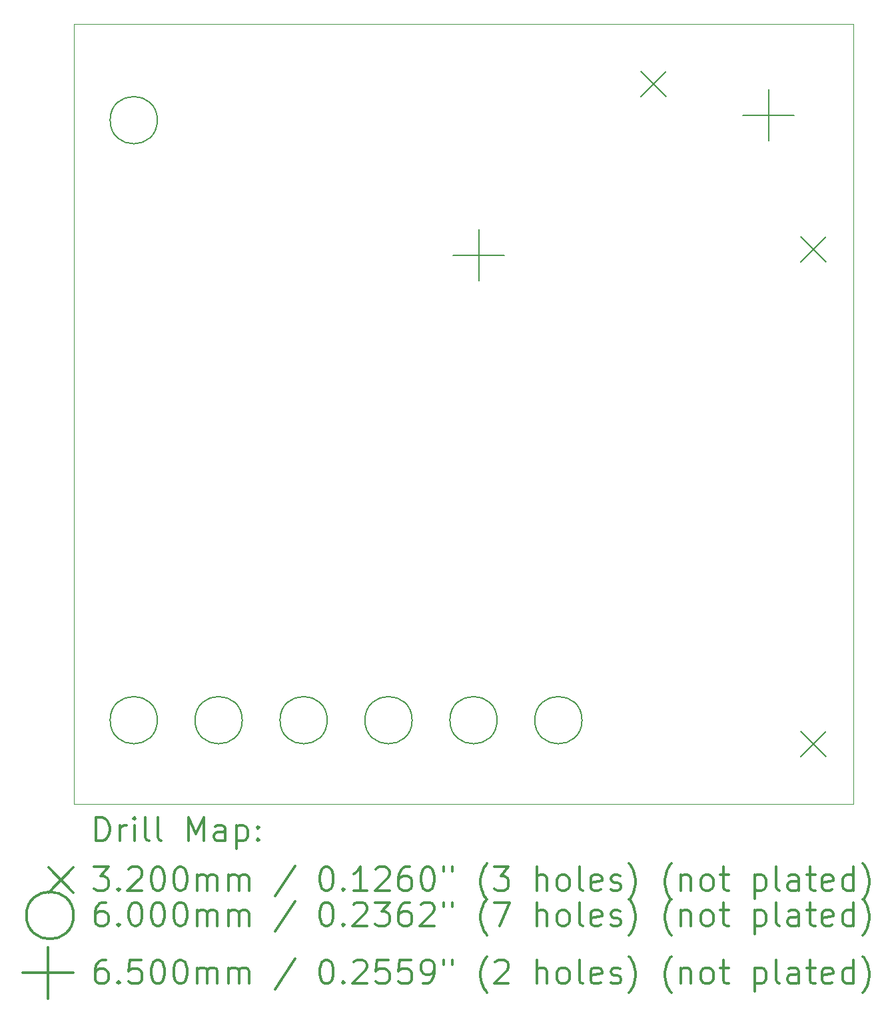
<source format=gbr>
%FSLAX45Y45*%
G04 Gerber Fmt 4.5, Leading zero omitted, Abs format (unit mm)*
G04 Created by KiCad (PCBNEW 5.1.12-1.fc34) date 2022-01-17 20:52:52*
%MOMM*%
%LPD*%
G01*
G04 APERTURE LIST*
%TA.AperFunction,Profile*%
%ADD10C,0.050000*%
%TD*%
%ADD11C,0.200000*%
%ADD12C,0.300000*%
G04 APERTURE END LIST*
D10*
X6350000Y-14986000D02*
X6350000Y-5080000D01*
X16256000Y-14986000D02*
X6350000Y-14986000D01*
X16256000Y-5080000D02*
X16256000Y-14986000D01*
X6350000Y-5080000D02*
X16256000Y-5080000D01*
D11*
X13556000Y-5682000D02*
X13876000Y-6002000D01*
X13876000Y-5682000D02*
X13556000Y-6002000D01*
X15588000Y-7777500D02*
X15908000Y-8097500D01*
X15908000Y-7777500D02*
X15588000Y-8097500D01*
X15588000Y-14064000D02*
X15908000Y-14384000D01*
X15908000Y-14064000D02*
X15588000Y-14384000D01*
X7412000Y-6299454D02*
G75*
G03*
X7412000Y-6299454I-300000J0D01*
G01*
X7412000Y-13919454D02*
G75*
G03*
X7412000Y-13919454I-300000J0D01*
G01*
X8491500Y-13919454D02*
G75*
G03*
X8491500Y-13919454I-300000J0D01*
G01*
X9571000Y-13919454D02*
G75*
G03*
X9571000Y-13919454I-300000J0D01*
G01*
X10650500Y-13919454D02*
G75*
G03*
X10650500Y-13919454I-300000J0D01*
G01*
X11730000Y-13919454D02*
G75*
G03*
X11730000Y-13919454I-300000J0D01*
G01*
X12809500Y-13919454D02*
G75*
G03*
X12809500Y-13919454I-300000J0D01*
G01*
X11497564Y-7687938D02*
X11497564Y-8337938D01*
X11172564Y-8012938D02*
X11822564Y-8012938D01*
X15180564Y-5909938D02*
X15180564Y-6559938D01*
X14855564Y-6234938D02*
X15505564Y-6234938D01*
D12*
X6633928Y-15454214D02*
X6633928Y-15154214D01*
X6705357Y-15154214D01*
X6748214Y-15168500D01*
X6776786Y-15197071D01*
X6791071Y-15225643D01*
X6805357Y-15282786D01*
X6805357Y-15325643D01*
X6791071Y-15382786D01*
X6776786Y-15411357D01*
X6748214Y-15439929D01*
X6705357Y-15454214D01*
X6633928Y-15454214D01*
X6933928Y-15454214D02*
X6933928Y-15254214D01*
X6933928Y-15311357D02*
X6948214Y-15282786D01*
X6962500Y-15268500D01*
X6991071Y-15254214D01*
X7019643Y-15254214D01*
X7119643Y-15454214D02*
X7119643Y-15254214D01*
X7119643Y-15154214D02*
X7105357Y-15168500D01*
X7119643Y-15182786D01*
X7133928Y-15168500D01*
X7119643Y-15154214D01*
X7119643Y-15182786D01*
X7305357Y-15454214D02*
X7276786Y-15439929D01*
X7262500Y-15411357D01*
X7262500Y-15154214D01*
X7462500Y-15454214D02*
X7433928Y-15439929D01*
X7419643Y-15411357D01*
X7419643Y-15154214D01*
X7805357Y-15454214D02*
X7805357Y-15154214D01*
X7905357Y-15368500D01*
X8005357Y-15154214D01*
X8005357Y-15454214D01*
X8276786Y-15454214D02*
X8276786Y-15297071D01*
X8262500Y-15268500D01*
X8233928Y-15254214D01*
X8176786Y-15254214D01*
X8148214Y-15268500D01*
X8276786Y-15439929D02*
X8248214Y-15454214D01*
X8176786Y-15454214D01*
X8148214Y-15439929D01*
X8133928Y-15411357D01*
X8133928Y-15382786D01*
X8148214Y-15354214D01*
X8176786Y-15339929D01*
X8248214Y-15339929D01*
X8276786Y-15325643D01*
X8419643Y-15254214D02*
X8419643Y-15554214D01*
X8419643Y-15268500D02*
X8448214Y-15254214D01*
X8505357Y-15254214D01*
X8533928Y-15268500D01*
X8548214Y-15282786D01*
X8562500Y-15311357D01*
X8562500Y-15397071D01*
X8548214Y-15425643D01*
X8533928Y-15439929D01*
X8505357Y-15454214D01*
X8448214Y-15454214D01*
X8419643Y-15439929D01*
X8691071Y-15425643D02*
X8705357Y-15439929D01*
X8691071Y-15454214D01*
X8676786Y-15439929D01*
X8691071Y-15425643D01*
X8691071Y-15454214D01*
X8691071Y-15268500D02*
X8705357Y-15282786D01*
X8691071Y-15297071D01*
X8676786Y-15282786D01*
X8691071Y-15268500D01*
X8691071Y-15297071D01*
X6027500Y-15788500D02*
X6347500Y-16108500D01*
X6347500Y-15788500D02*
X6027500Y-16108500D01*
X6605357Y-15784214D02*
X6791071Y-15784214D01*
X6691071Y-15898500D01*
X6733928Y-15898500D01*
X6762500Y-15912786D01*
X6776786Y-15927071D01*
X6791071Y-15955643D01*
X6791071Y-16027071D01*
X6776786Y-16055643D01*
X6762500Y-16069929D01*
X6733928Y-16084214D01*
X6648214Y-16084214D01*
X6619643Y-16069929D01*
X6605357Y-16055643D01*
X6919643Y-16055643D02*
X6933928Y-16069929D01*
X6919643Y-16084214D01*
X6905357Y-16069929D01*
X6919643Y-16055643D01*
X6919643Y-16084214D01*
X7048214Y-15812786D02*
X7062500Y-15798500D01*
X7091071Y-15784214D01*
X7162500Y-15784214D01*
X7191071Y-15798500D01*
X7205357Y-15812786D01*
X7219643Y-15841357D01*
X7219643Y-15869929D01*
X7205357Y-15912786D01*
X7033928Y-16084214D01*
X7219643Y-16084214D01*
X7405357Y-15784214D02*
X7433928Y-15784214D01*
X7462500Y-15798500D01*
X7476786Y-15812786D01*
X7491071Y-15841357D01*
X7505357Y-15898500D01*
X7505357Y-15969929D01*
X7491071Y-16027071D01*
X7476786Y-16055643D01*
X7462500Y-16069929D01*
X7433928Y-16084214D01*
X7405357Y-16084214D01*
X7376786Y-16069929D01*
X7362500Y-16055643D01*
X7348214Y-16027071D01*
X7333928Y-15969929D01*
X7333928Y-15898500D01*
X7348214Y-15841357D01*
X7362500Y-15812786D01*
X7376786Y-15798500D01*
X7405357Y-15784214D01*
X7691071Y-15784214D02*
X7719643Y-15784214D01*
X7748214Y-15798500D01*
X7762500Y-15812786D01*
X7776786Y-15841357D01*
X7791071Y-15898500D01*
X7791071Y-15969929D01*
X7776786Y-16027071D01*
X7762500Y-16055643D01*
X7748214Y-16069929D01*
X7719643Y-16084214D01*
X7691071Y-16084214D01*
X7662500Y-16069929D01*
X7648214Y-16055643D01*
X7633928Y-16027071D01*
X7619643Y-15969929D01*
X7619643Y-15898500D01*
X7633928Y-15841357D01*
X7648214Y-15812786D01*
X7662500Y-15798500D01*
X7691071Y-15784214D01*
X7919643Y-16084214D02*
X7919643Y-15884214D01*
X7919643Y-15912786D02*
X7933928Y-15898500D01*
X7962500Y-15884214D01*
X8005357Y-15884214D01*
X8033928Y-15898500D01*
X8048214Y-15927071D01*
X8048214Y-16084214D01*
X8048214Y-15927071D02*
X8062500Y-15898500D01*
X8091071Y-15884214D01*
X8133928Y-15884214D01*
X8162500Y-15898500D01*
X8176786Y-15927071D01*
X8176786Y-16084214D01*
X8319643Y-16084214D02*
X8319643Y-15884214D01*
X8319643Y-15912786D02*
X8333928Y-15898500D01*
X8362500Y-15884214D01*
X8405357Y-15884214D01*
X8433928Y-15898500D01*
X8448214Y-15927071D01*
X8448214Y-16084214D01*
X8448214Y-15927071D02*
X8462500Y-15898500D01*
X8491071Y-15884214D01*
X8533928Y-15884214D01*
X8562500Y-15898500D01*
X8576786Y-15927071D01*
X8576786Y-16084214D01*
X9162500Y-15769929D02*
X8905357Y-16155643D01*
X9548214Y-15784214D02*
X9576786Y-15784214D01*
X9605357Y-15798500D01*
X9619643Y-15812786D01*
X9633928Y-15841357D01*
X9648214Y-15898500D01*
X9648214Y-15969929D01*
X9633928Y-16027071D01*
X9619643Y-16055643D01*
X9605357Y-16069929D01*
X9576786Y-16084214D01*
X9548214Y-16084214D01*
X9519643Y-16069929D01*
X9505357Y-16055643D01*
X9491071Y-16027071D01*
X9476786Y-15969929D01*
X9476786Y-15898500D01*
X9491071Y-15841357D01*
X9505357Y-15812786D01*
X9519643Y-15798500D01*
X9548214Y-15784214D01*
X9776786Y-16055643D02*
X9791071Y-16069929D01*
X9776786Y-16084214D01*
X9762500Y-16069929D01*
X9776786Y-16055643D01*
X9776786Y-16084214D01*
X10076786Y-16084214D02*
X9905357Y-16084214D01*
X9991071Y-16084214D02*
X9991071Y-15784214D01*
X9962500Y-15827071D01*
X9933928Y-15855643D01*
X9905357Y-15869929D01*
X10191071Y-15812786D02*
X10205357Y-15798500D01*
X10233928Y-15784214D01*
X10305357Y-15784214D01*
X10333928Y-15798500D01*
X10348214Y-15812786D01*
X10362500Y-15841357D01*
X10362500Y-15869929D01*
X10348214Y-15912786D01*
X10176786Y-16084214D01*
X10362500Y-16084214D01*
X10619643Y-15784214D02*
X10562500Y-15784214D01*
X10533928Y-15798500D01*
X10519643Y-15812786D01*
X10491071Y-15855643D01*
X10476786Y-15912786D01*
X10476786Y-16027071D01*
X10491071Y-16055643D01*
X10505357Y-16069929D01*
X10533928Y-16084214D01*
X10591071Y-16084214D01*
X10619643Y-16069929D01*
X10633928Y-16055643D01*
X10648214Y-16027071D01*
X10648214Y-15955643D01*
X10633928Y-15927071D01*
X10619643Y-15912786D01*
X10591071Y-15898500D01*
X10533928Y-15898500D01*
X10505357Y-15912786D01*
X10491071Y-15927071D01*
X10476786Y-15955643D01*
X10833928Y-15784214D02*
X10862500Y-15784214D01*
X10891071Y-15798500D01*
X10905357Y-15812786D01*
X10919643Y-15841357D01*
X10933928Y-15898500D01*
X10933928Y-15969929D01*
X10919643Y-16027071D01*
X10905357Y-16055643D01*
X10891071Y-16069929D01*
X10862500Y-16084214D01*
X10833928Y-16084214D01*
X10805357Y-16069929D01*
X10791071Y-16055643D01*
X10776786Y-16027071D01*
X10762500Y-15969929D01*
X10762500Y-15898500D01*
X10776786Y-15841357D01*
X10791071Y-15812786D01*
X10805357Y-15798500D01*
X10833928Y-15784214D01*
X11048214Y-15784214D02*
X11048214Y-15841357D01*
X11162500Y-15784214D02*
X11162500Y-15841357D01*
X11605357Y-16198500D02*
X11591071Y-16184214D01*
X11562500Y-16141357D01*
X11548214Y-16112786D01*
X11533928Y-16069929D01*
X11519643Y-15998500D01*
X11519643Y-15941357D01*
X11533928Y-15869929D01*
X11548214Y-15827071D01*
X11562500Y-15798500D01*
X11591071Y-15755643D01*
X11605357Y-15741357D01*
X11691071Y-15784214D02*
X11876786Y-15784214D01*
X11776786Y-15898500D01*
X11819643Y-15898500D01*
X11848214Y-15912786D01*
X11862500Y-15927071D01*
X11876786Y-15955643D01*
X11876786Y-16027071D01*
X11862500Y-16055643D01*
X11848214Y-16069929D01*
X11819643Y-16084214D01*
X11733928Y-16084214D01*
X11705357Y-16069929D01*
X11691071Y-16055643D01*
X12233928Y-16084214D02*
X12233928Y-15784214D01*
X12362500Y-16084214D02*
X12362500Y-15927071D01*
X12348214Y-15898500D01*
X12319643Y-15884214D01*
X12276786Y-15884214D01*
X12248214Y-15898500D01*
X12233928Y-15912786D01*
X12548214Y-16084214D02*
X12519643Y-16069929D01*
X12505357Y-16055643D01*
X12491071Y-16027071D01*
X12491071Y-15941357D01*
X12505357Y-15912786D01*
X12519643Y-15898500D01*
X12548214Y-15884214D01*
X12591071Y-15884214D01*
X12619643Y-15898500D01*
X12633928Y-15912786D01*
X12648214Y-15941357D01*
X12648214Y-16027071D01*
X12633928Y-16055643D01*
X12619643Y-16069929D01*
X12591071Y-16084214D01*
X12548214Y-16084214D01*
X12819643Y-16084214D02*
X12791071Y-16069929D01*
X12776786Y-16041357D01*
X12776786Y-15784214D01*
X13048214Y-16069929D02*
X13019643Y-16084214D01*
X12962500Y-16084214D01*
X12933928Y-16069929D01*
X12919643Y-16041357D01*
X12919643Y-15927071D01*
X12933928Y-15898500D01*
X12962500Y-15884214D01*
X13019643Y-15884214D01*
X13048214Y-15898500D01*
X13062500Y-15927071D01*
X13062500Y-15955643D01*
X12919643Y-15984214D01*
X13176786Y-16069929D02*
X13205357Y-16084214D01*
X13262500Y-16084214D01*
X13291071Y-16069929D01*
X13305357Y-16041357D01*
X13305357Y-16027071D01*
X13291071Y-15998500D01*
X13262500Y-15984214D01*
X13219643Y-15984214D01*
X13191071Y-15969929D01*
X13176786Y-15941357D01*
X13176786Y-15927071D01*
X13191071Y-15898500D01*
X13219643Y-15884214D01*
X13262500Y-15884214D01*
X13291071Y-15898500D01*
X13405357Y-16198500D02*
X13419643Y-16184214D01*
X13448214Y-16141357D01*
X13462500Y-16112786D01*
X13476786Y-16069929D01*
X13491071Y-15998500D01*
X13491071Y-15941357D01*
X13476786Y-15869929D01*
X13462500Y-15827071D01*
X13448214Y-15798500D01*
X13419643Y-15755643D01*
X13405357Y-15741357D01*
X13948214Y-16198500D02*
X13933928Y-16184214D01*
X13905357Y-16141357D01*
X13891071Y-16112786D01*
X13876786Y-16069929D01*
X13862500Y-15998500D01*
X13862500Y-15941357D01*
X13876786Y-15869929D01*
X13891071Y-15827071D01*
X13905357Y-15798500D01*
X13933928Y-15755643D01*
X13948214Y-15741357D01*
X14062500Y-15884214D02*
X14062500Y-16084214D01*
X14062500Y-15912786D02*
X14076786Y-15898500D01*
X14105357Y-15884214D01*
X14148214Y-15884214D01*
X14176786Y-15898500D01*
X14191071Y-15927071D01*
X14191071Y-16084214D01*
X14376786Y-16084214D02*
X14348214Y-16069929D01*
X14333928Y-16055643D01*
X14319643Y-16027071D01*
X14319643Y-15941357D01*
X14333928Y-15912786D01*
X14348214Y-15898500D01*
X14376786Y-15884214D01*
X14419643Y-15884214D01*
X14448214Y-15898500D01*
X14462500Y-15912786D01*
X14476786Y-15941357D01*
X14476786Y-16027071D01*
X14462500Y-16055643D01*
X14448214Y-16069929D01*
X14419643Y-16084214D01*
X14376786Y-16084214D01*
X14562500Y-15884214D02*
X14676786Y-15884214D01*
X14605357Y-15784214D02*
X14605357Y-16041357D01*
X14619643Y-16069929D01*
X14648214Y-16084214D01*
X14676786Y-16084214D01*
X15005357Y-15884214D02*
X15005357Y-16184214D01*
X15005357Y-15898500D02*
X15033928Y-15884214D01*
X15091071Y-15884214D01*
X15119643Y-15898500D01*
X15133928Y-15912786D01*
X15148214Y-15941357D01*
X15148214Y-16027071D01*
X15133928Y-16055643D01*
X15119643Y-16069929D01*
X15091071Y-16084214D01*
X15033928Y-16084214D01*
X15005357Y-16069929D01*
X15319643Y-16084214D02*
X15291071Y-16069929D01*
X15276786Y-16041357D01*
X15276786Y-15784214D01*
X15562500Y-16084214D02*
X15562500Y-15927071D01*
X15548214Y-15898500D01*
X15519643Y-15884214D01*
X15462500Y-15884214D01*
X15433928Y-15898500D01*
X15562500Y-16069929D02*
X15533928Y-16084214D01*
X15462500Y-16084214D01*
X15433928Y-16069929D01*
X15419643Y-16041357D01*
X15419643Y-16012786D01*
X15433928Y-15984214D01*
X15462500Y-15969929D01*
X15533928Y-15969929D01*
X15562500Y-15955643D01*
X15662500Y-15884214D02*
X15776786Y-15884214D01*
X15705357Y-15784214D02*
X15705357Y-16041357D01*
X15719643Y-16069929D01*
X15748214Y-16084214D01*
X15776786Y-16084214D01*
X15991071Y-16069929D02*
X15962500Y-16084214D01*
X15905357Y-16084214D01*
X15876786Y-16069929D01*
X15862500Y-16041357D01*
X15862500Y-15927071D01*
X15876786Y-15898500D01*
X15905357Y-15884214D01*
X15962500Y-15884214D01*
X15991071Y-15898500D01*
X16005357Y-15927071D01*
X16005357Y-15955643D01*
X15862500Y-15984214D01*
X16262500Y-16084214D02*
X16262500Y-15784214D01*
X16262500Y-16069929D02*
X16233928Y-16084214D01*
X16176786Y-16084214D01*
X16148214Y-16069929D01*
X16133928Y-16055643D01*
X16119643Y-16027071D01*
X16119643Y-15941357D01*
X16133928Y-15912786D01*
X16148214Y-15898500D01*
X16176786Y-15884214D01*
X16233928Y-15884214D01*
X16262500Y-15898500D01*
X16376786Y-16198500D02*
X16391071Y-16184214D01*
X16419643Y-16141357D01*
X16433928Y-16112786D01*
X16448214Y-16069929D01*
X16462500Y-15998500D01*
X16462500Y-15941357D01*
X16448214Y-15869929D01*
X16433928Y-15827071D01*
X16419643Y-15798500D01*
X16391071Y-15755643D01*
X16376786Y-15741357D01*
X6347500Y-16398500D02*
G75*
G03*
X6347500Y-16398500I-300000J0D01*
G01*
X6762500Y-16234214D02*
X6705357Y-16234214D01*
X6676786Y-16248500D01*
X6662500Y-16262786D01*
X6633928Y-16305643D01*
X6619643Y-16362786D01*
X6619643Y-16477071D01*
X6633928Y-16505643D01*
X6648214Y-16519929D01*
X6676786Y-16534214D01*
X6733928Y-16534214D01*
X6762500Y-16519929D01*
X6776786Y-16505643D01*
X6791071Y-16477071D01*
X6791071Y-16405643D01*
X6776786Y-16377071D01*
X6762500Y-16362786D01*
X6733928Y-16348500D01*
X6676786Y-16348500D01*
X6648214Y-16362786D01*
X6633928Y-16377071D01*
X6619643Y-16405643D01*
X6919643Y-16505643D02*
X6933928Y-16519929D01*
X6919643Y-16534214D01*
X6905357Y-16519929D01*
X6919643Y-16505643D01*
X6919643Y-16534214D01*
X7119643Y-16234214D02*
X7148214Y-16234214D01*
X7176786Y-16248500D01*
X7191071Y-16262786D01*
X7205357Y-16291357D01*
X7219643Y-16348500D01*
X7219643Y-16419929D01*
X7205357Y-16477071D01*
X7191071Y-16505643D01*
X7176786Y-16519929D01*
X7148214Y-16534214D01*
X7119643Y-16534214D01*
X7091071Y-16519929D01*
X7076786Y-16505643D01*
X7062500Y-16477071D01*
X7048214Y-16419929D01*
X7048214Y-16348500D01*
X7062500Y-16291357D01*
X7076786Y-16262786D01*
X7091071Y-16248500D01*
X7119643Y-16234214D01*
X7405357Y-16234214D02*
X7433928Y-16234214D01*
X7462500Y-16248500D01*
X7476786Y-16262786D01*
X7491071Y-16291357D01*
X7505357Y-16348500D01*
X7505357Y-16419929D01*
X7491071Y-16477071D01*
X7476786Y-16505643D01*
X7462500Y-16519929D01*
X7433928Y-16534214D01*
X7405357Y-16534214D01*
X7376786Y-16519929D01*
X7362500Y-16505643D01*
X7348214Y-16477071D01*
X7333928Y-16419929D01*
X7333928Y-16348500D01*
X7348214Y-16291357D01*
X7362500Y-16262786D01*
X7376786Y-16248500D01*
X7405357Y-16234214D01*
X7691071Y-16234214D02*
X7719643Y-16234214D01*
X7748214Y-16248500D01*
X7762500Y-16262786D01*
X7776786Y-16291357D01*
X7791071Y-16348500D01*
X7791071Y-16419929D01*
X7776786Y-16477071D01*
X7762500Y-16505643D01*
X7748214Y-16519929D01*
X7719643Y-16534214D01*
X7691071Y-16534214D01*
X7662500Y-16519929D01*
X7648214Y-16505643D01*
X7633928Y-16477071D01*
X7619643Y-16419929D01*
X7619643Y-16348500D01*
X7633928Y-16291357D01*
X7648214Y-16262786D01*
X7662500Y-16248500D01*
X7691071Y-16234214D01*
X7919643Y-16534214D02*
X7919643Y-16334214D01*
X7919643Y-16362786D02*
X7933928Y-16348500D01*
X7962500Y-16334214D01*
X8005357Y-16334214D01*
X8033928Y-16348500D01*
X8048214Y-16377071D01*
X8048214Y-16534214D01*
X8048214Y-16377071D02*
X8062500Y-16348500D01*
X8091071Y-16334214D01*
X8133928Y-16334214D01*
X8162500Y-16348500D01*
X8176786Y-16377071D01*
X8176786Y-16534214D01*
X8319643Y-16534214D02*
X8319643Y-16334214D01*
X8319643Y-16362786D02*
X8333928Y-16348500D01*
X8362500Y-16334214D01*
X8405357Y-16334214D01*
X8433928Y-16348500D01*
X8448214Y-16377071D01*
X8448214Y-16534214D01*
X8448214Y-16377071D02*
X8462500Y-16348500D01*
X8491071Y-16334214D01*
X8533928Y-16334214D01*
X8562500Y-16348500D01*
X8576786Y-16377071D01*
X8576786Y-16534214D01*
X9162500Y-16219929D02*
X8905357Y-16605643D01*
X9548214Y-16234214D02*
X9576786Y-16234214D01*
X9605357Y-16248500D01*
X9619643Y-16262786D01*
X9633928Y-16291357D01*
X9648214Y-16348500D01*
X9648214Y-16419929D01*
X9633928Y-16477071D01*
X9619643Y-16505643D01*
X9605357Y-16519929D01*
X9576786Y-16534214D01*
X9548214Y-16534214D01*
X9519643Y-16519929D01*
X9505357Y-16505643D01*
X9491071Y-16477071D01*
X9476786Y-16419929D01*
X9476786Y-16348500D01*
X9491071Y-16291357D01*
X9505357Y-16262786D01*
X9519643Y-16248500D01*
X9548214Y-16234214D01*
X9776786Y-16505643D02*
X9791071Y-16519929D01*
X9776786Y-16534214D01*
X9762500Y-16519929D01*
X9776786Y-16505643D01*
X9776786Y-16534214D01*
X9905357Y-16262786D02*
X9919643Y-16248500D01*
X9948214Y-16234214D01*
X10019643Y-16234214D01*
X10048214Y-16248500D01*
X10062500Y-16262786D01*
X10076786Y-16291357D01*
X10076786Y-16319929D01*
X10062500Y-16362786D01*
X9891071Y-16534214D01*
X10076786Y-16534214D01*
X10176786Y-16234214D02*
X10362500Y-16234214D01*
X10262500Y-16348500D01*
X10305357Y-16348500D01*
X10333928Y-16362786D01*
X10348214Y-16377071D01*
X10362500Y-16405643D01*
X10362500Y-16477071D01*
X10348214Y-16505643D01*
X10333928Y-16519929D01*
X10305357Y-16534214D01*
X10219643Y-16534214D01*
X10191071Y-16519929D01*
X10176786Y-16505643D01*
X10619643Y-16234214D02*
X10562500Y-16234214D01*
X10533928Y-16248500D01*
X10519643Y-16262786D01*
X10491071Y-16305643D01*
X10476786Y-16362786D01*
X10476786Y-16477071D01*
X10491071Y-16505643D01*
X10505357Y-16519929D01*
X10533928Y-16534214D01*
X10591071Y-16534214D01*
X10619643Y-16519929D01*
X10633928Y-16505643D01*
X10648214Y-16477071D01*
X10648214Y-16405643D01*
X10633928Y-16377071D01*
X10619643Y-16362786D01*
X10591071Y-16348500D01*
X10533928Y-16348500D01*
X10505357Y-16362786D01*
X10491071Y-16377071D01*
X10476786Y-16405643D01*
X10762500Y-16262786D02*
X10776786Y-16248500D01*
X10805357Y-16234214D01*
X10876786Y-16234214D01*
X10905357Y-16248500D01*
X10919643Y-16262786D01*
X10933928Y-16291357D01*
X10933928Y-16319929D01*
X10919643Y-16362786D01*
X10748214Y-16534214D01*
X10933928Y-16534214D01*
X11048214Y-16234214D02*
X11048214Y-16291357D01*
X11162500Y-16234214D02*
X11162500Y-16291357D01*
X11605357Y-16648500D02*
X11591071Y-16634214D01*
X11562500Y-16591357D01*
X11548214Y-16562786D01*
X11533928Y-16519929D01*
X11519643Y-16448500D01*
X11519643Y-16391357D01*
X11533928Y-16319929D01*
X11548214Y-16277071D01*
X11562500Y-16248500D01*
X11591071Y-16205643D01*
X11605357Y-16191357D01*
X11691071Y-16234214D02*
X11891071Y-16234214D01*
X11762500Y-16534214D01*
X12233928Y-16534214D02*
X12233928Y-16234214D01*
X12362500Y-16534214D02*
X12362500Y-16377071D01*
X12348214Y-16348500D01*
X12319643Y-16334214D01*
X12276786Y-16334214D01*
X12248214Y-16348500D01*
X12233928Y-16362786D01*
X12548214Y-16534214D02*
X12519643Y-16519929D01*
X12505357Y-16505643D01*
X12491071Y-16477071D01*
X12491071Y-16391357D01*
X12505357Y-16362786D01*
X12519643Y-16348500D01*
X12548214Y-16334214D01*
X12591071Y-16334214D01*
X12619643Y-16348500D01*
X12633928Y-16362786D01*
X12648214Y-16391357D01*
X12648214Y-16477071D01*
X12633928Y-16505643D01*
X12619643Y-16519929D01*
X12591071Y-16534214D01*
X12548214Y-16534214D01*
X12819643Y-16534214D02*
X12791071Y-16519929D01*
X12776786Y-16491357D01*
X12776786Y-16234214D01*
X13048214Y-16519929D02*
X13019643Y-16534214D01*
X12962500Y-16534214D01*
X12933928Y-16519929D01*
X12919643Y-16491357D01*
X12919643Y-16377071D01*
X12933928Y-16348500D01*
X12962500Y-16334214D01*
X13019643Y-16334214D01*
X13048214Y-16348500D01*
X13062500Y-16377071D01*
X13062500Y-16405643D01*
X12919643Y-16434214D01*
X13176786Y-16519929D02*
X13205357Y-16534214D01*
X13262500Y-16534214D01*
X13291071Y-16519929D01*
X13305357Y-16491357D01*
X13305357Y-16477071D01*
X13291071Y-16448500D01*
X13262500Y-16434214D01*
X13219643Y-16434214D01*
X13191071Y-16419929D01*
X13176786Y-16391357D01*
X13176786Y-16377071D01*
X13191071Y-16348500D01*
X13219643Y-16334214D01*
X13262500Y-16334214D01*
X13291071Y-16348500D01*
X13405357Y-16648500D02*
X13419643Y-16634214D01*
X13448214Y-16591357D01*
X13462500Y-16562786D01*
X13476786Y-16519929D01*
X13491071Y-16448500D01*
X13491071Y-16391357D01*
X13476786Y-16319929D01*
X13462500Y-16277071D01*
X13448214Y-16248500D01*
X13419643Y-16205643D01*
X13405357Y-16191357D01*
X13948214Y-16648500D02*
X13933928Y-16634214D01*
X13905357Y-16591357D01*
X13891071Y-16562786D01*
X13876786Y-16519929D01*
X13862500Y-16448500D01*
X13862500Y-16391357D01*
X13876786Y-16319929D01*
X13891071Y-16277071D01*
X13905357Y-16248500D01*
X13933928Y-16205643D01*
X13948214Y-16191357D01*
X14062500Y-16334214D02*
X14062500Y-16534214D01*
X14062500Y-16362786D02*
X14076786Y-16348500D01*
X14105357Y-16334214D01*
X14148214Y-16334214D01*
X14176786Y-16348500D01*
X14191071Y-16377071D01*
X14191071Y-16534214D01*
X14376786Y-16534214D02*
X14348214Y-16519929D01*
X14333928Y-16505643D01*
X14319643Y-16477071D01*
X14319643Y-16391357D01*
X14333928Y-16362786D01*
X14348214Y-16348500D01*
X14376786Y-16334214D01*
X14419643Y-16334214D01*
X14448214Y-16348500D01*
X14462500Y-16362786D01*
X14476786Y-16391357D01*
X14476786Y-16477071D01*
X14462500Y-16505643D01*
X14448214Y-16519929D01*
X14419643Y-16534214D01*
X14376786Y-16534214D01*
X14562500Y-16334214D02*
X14676786Y-16334214D01*
X14605357Y-16234214D02*
X14605357Y-16491357D01*
X14619643Y-16519929D01*
X14648214Y-16534214D01*
X14676786Y-16534214D01*
X15005357Y-16334214D02*
X15005357Y-16634214D01*
X15005357Y-16348500D02*
X15033928Y-16334214D01*
X15091071Y-16334214D01*
X15119643Y-16348500D01*
X15133928Y-16362786D01*
X15148214Y-16391357D01*
X15148214Y-16477071D01*
X15133928Y-16505643D01*
X15119643Y-16519929D01*
X15091071Y-16534214D01*
X15033928Y-16534214D01*
X15005357Y-16519929D01*
X15319643Y-16534214D02*
X15291071Y-16519929D01*
X15276786Y-16491357D01*
X15276786Y-16234214D01*
X15562500Y-16534214D02*
X15562500Y-16377071D01*
X15548214Y-16348500D01*
X15519643Y-16334214D01*
X15462500Y-16334214D01*
X15433928Y-16348500D01*
X15562500Y-16519929D02*
X15533928Y-16534214D01*
X15462500Y-16534214D01*
X15433928Y-16519929D01*
X15419643Y-16491357D01*
X15419643Y-16462786D01*
X15433928Y-16434214D01*
X15462500Y-16419929D01*
X15533928Y-16419929D01*
X15562500Y-16405643D01*
X15662500Y-16334214D02*
X15776786Y-16334214D01*
X15705357Y-16234214D02*
X15705357Y-16491357D01*
X15719643Y-16519929D01*
X15748214Y-16534214D01*
X15776786Y-16534214D01*
X15991071Y-16519929D02*
X15962500Y-16534214D01*
X15905357Y-16534214D01*
X15876786Y-16519929D01*
X15862500Y-16491357D01*
X15862500Y-16377071D01*
X15876786Y-16348500D01*
X15905357Y-16334214D01*
X15962500Y-16334214D01*
X15991071Y-16348500D01*
X16005357Y-16377071D01*
X16005357Y-16405643D01*
X15862500Y-16434214D01*
X16262500Y-16534214D02*
X16262500Y-16234214D01*
X16262500Y-16519929D02*
X16233928Y-16534214D01*
X16176786Y-16534214D01*
X16148214Y-16519929D01*
X16133928Y-16505643D01*
X16119643Y-16477071D01*
X16119643Y-16391357D01*
X16133928Y-16362786D01*
X16148214Y-16348500D01*
X16176786Y-16334214D01*
X16233928Y-16334214D01*
X16262500Y-16348500D01*
X16376786Y-16648500D02*
X16391071Y-16634214D01*
X16419643Y-16591357D01*
X16433928Y-16562786D01*
X16448214Y-16519929D01*
X16462500Y-16448500D01*
X16462500Y-16391357D01*
X16448214Y-16319929D01*
X16433928Y-16277071D01*
X16419643Y-16248500D01*
X16391071Y-16205643D01*
X16376786Y-16191357D01*
X6022500Y-16803500D02*
X6022500Y-17453500D01*
X5697500Y-17128500D02*
X6347500Y-17128500D01*
X6762500Y-16964214D02*
X6705357Y-16964214D01*
X6676786Y-16978500D01*
X6662500Y-16992786D01*
X6633928Y-17035643D01*
X6619643Y-17092786D01*
X6619643Y-17207072D01*
X6633928Y-17235643D01*
X6648214Y-17249929D01*
X6676786Y-17264214D01*
X6733928Y-17264214D01*
X6762500Y-17249929D01*
X6776786Y-17235643D01*
X6791071Y-17207072D01*
X6791071Y-17135643D01*
X6776786Y-17107072D01*
X6762500Y-17092786D01*
X6733928Y-17078500D01*
X6676786Y-17078500D01*
X6648214Y-17092786D01*
X6633928Y-17107072D01*
X6619643Y-17135643D01*
X6919643Y-17235643D02*
X6933928Y-17249929D01*
X6919643Y-17264214D01*
X6905357Y-17249929D01*
X6919643Y-17235643D01*
X6919643Y-17264214D01*
X7205357Y-16964214D02*
X7062500Y-16964214D01*
X7048214Y-17107072D01*
X7062500Y-17092786D01*
X7091071Y-17078500D01*
X7162500Y-17078500D01*
X7191071Y-17092786D01*
X7205357Y-17107072D01*
X7219643Y-17135643D01*
X7219643Y-17207072D01*
X7205357Y-17235643D01*
X7191071Y-17249929D01*
X7162500Y-17264214D01*
X7091071Y-17264214D01*
X7062500Y-17249929D01*
X7048214Y-17235643D01*
X7405357Y-16964214D02*
X7433928Y-16964214D01*
X7462500Y-16978500D01*
X7476786Y-16992786D01*
X7491071Y-17021357D01*
X7505357Y-17078500D01*
X7505357Y-17149929D01*
X7491071Y-17207072D01*
X7476786Y-17235643D01*
X7462500Y-17249929D01*
X7433928Y-17264214D01*
X7405357Y-17264214D01*
X7376786Y-17249929D01*
X7362500Y-17235643D01*
X7348214Y-17207072D01*
X7333928Y-17149929D01*
X7333928Y-17078500D01*
X7348214Y-17021357D01*
X7362500Y-16992786D01*
X7376786Y-16978500D01*
X7405357Y-16964214D01*
X7691071Y-16964214D02*
X7719643Y-16964214D01*
X7748214Y-16978500D01*
X7762500Y-16992786D01*
X7776786Y-17021357D01*
X7791071Y-17078500D01*
X7791071Y-17149929D01*
X7776786Y-17207072D01*
X7762500Y-17235643D01*
X7748214Y-17249929D01*
X7719643Y-17264214D01*
X7691071Y-17264214D01*
X7662500Y-17249929D01*
X7648214Y-17235643D01*
X7633928Y-17207072D01*
X7619643Y-17149929D01*
X7619643Y-17078500D01*
X7633928Y-17021357D01*
X7648214Y-16992786D01*
X7662500Y-16978500D01*
X7691071Y-16964214D01*
X7919643Y-17264214D02*
X7919643Y-17064214D01*
X7919643Y-17092786D02*
X7933928Y-17078500D01*
X7962500Y-17064214D01*
X8005357Y-17064214D01*
X8033928Y-17078500D01*
X8048214Y-17107072D01*
X8048214Y-17264214D01*
X8048214Y-17107072D02*
X8062500Y-17078500D01*
X8091071Y-17064214D01*
X8133928Y-17064214D01*
X8162500Y-17078500D01*
X8176786Y-17107072D01*
X8176786Y-17264214D01*
X8319643Y-17264214D02*
X8319643Y-17064214D01*
X8319643Y-17092786D02*
X8333928Y-17078500D01*
X8362500Y-17064214D01*
X8405357Y-17064214D01*
X8433928Y-17078500D01*
X8448214Y-17107072D01*
X8448214Y-17264214D01*
X8448214Y-17107072D02*
X8462500Y-17078500D01*
X8491071Y-17064214D01*
X8533928Y-17064214D01*
X8562500Y-17078500D01*
X8576786Y-17107072D01*
X8576786Y-17264214D01*
X9162500Y-16949929D02*
X8905357Y-17335643D01*
X9548214Y-16964214D02*
X9576786Y-16964214D01*
X9605357Y-16978500D01*
X9619643Y-16992786D01*
X9633928Y-17021357D01*
X9648214Y-17078500D01*
X9648214Y-17149929D01*
X9633928Y-17207072D01*
X9619643Y-17235643D01*
X9605357Y-17249929D01*
X9576786Y-17264214D01*
X9548214Y-17264214D01*
X9519643Y-17249929D01*
X9505357Y-17235643D01*
X9491071Y-17207072D01*
X9476786Y-17149929D01*
X9476786Y-17078500D01*
X9491071Y-17021357D01*
X9505357Y-16992786D01*
X9519643Y-16978500D01*
X9548214Y-16964214D01*
X9776786Y-17235643D02*
X9791071Y-17249929D01*
X9776786Y-17264214D01*
X9762500Y-17249929D01*
X9776786Y-17235643D01*
X9776786Y-17264214D01*
X9905357Y-16992786D02*
X9919643Y-16978500D01*
X9948214Y-16964214D01*
X10019643Y-16964214D01*
X10048214Y-16978500D01*
X10062500Y-16992786D01*
X10076786Y-17021357D01*
X10076786Y-17049929D01*
X10062500Y-17092786D01*
X9891071Y-17264214D01*
X10076786Y-17264214D01*
X10348214Y-16964214D02*
X10205357Y-16964214D01*
X10191071Y-17107072D01*
X10205357Y-17092786D01*
X10233928Y-17078500D01*
X10305357Y-17078500D01*
X10333928Y-17092786D01*
X10348214Y-17107072D01*
X10362500Y-17135643D01*
X10362500Y-17207072D01*
X10348214Y-17235643D01*
X10333928Y-17249929D01*
X10305357Y-17264214D01*
X10233928Y-17264214D01*
X10205357Y-17249929D01*
X10191071Y-17235643D01*
X10633928Y-16964214D02*
X10491071Y-16964214D01*
X10476786Y-17107072D01*
X10491071Y-17092786D01*
X10519643Y-17078500D01*
X10591071Y-17078500D01*
X10619643Y-17092786D01*
X10633928Y-17107072D01*
X10648214Y-17135643D01*
X10648214Y-17207072D01*
X10633928Y-17235643D01*
X10619643Y-17249929D01*
X10591071Y-17264214D01*
X10519643Y-17264214D01*
X10491071Y-17249929D01*
X10476786Y-17235643D01*
X10791071Y-17264214D02*
X10848214Y-17264214D01*
X10876786Y-17249929D01*
X10891071Y-17235643D01*
X10919643Y-17192786D01*
X10933928Y-17135643D01*
X10933928Y-17021357D01*
X10919643Y-16992786D01*
X10905357Y-16978500D01*
X10876786Y-16964214D01*
X10819643Y-16964214D01*
X10791071Y-16978500D01*
X10776786Y-16992786D01*
X10762500Y-17021357D01*
X10762500Y-17092786D01*
X10776786Y-17121357D01*
X10791071Y-17135643D01*
X10819643Y-17149929D01*
X10876786Y-17149929D01*
X10905357Y-17135643D01*
X10919643Y-17121357D01*
X10933928Y-17092786D01*
X11048214Y-16964214D02*
X11048214Y-17021357D01*
X11162500Y-16964214D02*
X11162500Y-17021357D01*
X11605357Y-17378500D02*
X11591071Y-17364214D01*
X11562500Y-17321357D01*
X11548214Y-17292786D01*
X11533928Y-17249929D01*
X11519643Y-17178500D01*
X11519643Y-17121357D01*
X11533928Y-17049929D01*
X11548214Y-17007072D01*
X11562500Y-16978500D01*
X11591071Y-16935643D01*
X11605357Y-16921357D01*
X11705357Y-16992786D02*
X11719643Y-16978500D01*
X11748214Y-16964214D01*
X11819643Y-16964214D01*
X11848214Y-16978500D01*
X11862500Y-16992786D01*
X11876786Y-17021357D01*
X11876786Y-17049929D01*
X11862500Y-17092786D01*
X11691071Y-17264214D01*
X11876786Y-17264214D01*
X12233928Y-17264214D02*
X12233928Y-16964214D01*
X12362500Y-17264214D02*
X12362500Y-17107072D01*
X12348214Y-17078500D01*
X12319643Y-17064214D01*
X12276786Y-17064214D01*
X12248214Y-17078500D01*
X12233928Y-17092786D01*
X12548214Y-17264214D02*
X12519643Y-17249929D01*
X12505357Y-17235643D01*
X12491071Y-17207072D01*
X12491071Y-17121357D01*
X12505357Y-17092786D01*
X12519643Y-17078500D01*
X12548214Y-17064214D01*
X12591071Y-17064214D01*
X12619643Y-17078500D01*
X12633928Y-17092786D01*
X12648214Y-17121357D01*
X12648214Y-17207072D01*
X12633928Y-17235643D01*
X12619643Y-17249929D01*
X12591071Y-17264214D01*
X12548214Y-17264214D01*
X12819643Y-17264214D02*
X12791071Y-17249929D01*
X12776786Y-17221357D01*
X12776786Y-16964214D01*
X13048214Y-17249929D02*
X13019643Y-17264214D01*
X12962500Y-17264214D01*
X12933928Y-17249929D01*
X12919643Y-17221357D01*
X12919643Y-17107072D01*
X12933928Y-17078500D01*
X12962500Y-17064214D01*
X13019643Y-17064214D01*
X13048214Y-17078500D01*
X13062500Y-17107072D01*
X13062500Y-17135643D01*
X12919643Y-17164214D01*
X13176786Y-17249929D02*
X13205357Y-17264214D01*
X13262500Y-17264214D01*
X13291071Y-17249929D01*
X13305357Y-17221357D01*
X13305357Y-17207072D01*
X13291071Y-17178500D01*
X13262500Y-17164214D01*
X13219643Y-17164214D01*
X13191071Y-17149929D01*
X13176786Y-17121357D01*
X13176786Y-17107072D01*
X13191071Y-17078500D01*
X13219643Y-17064214D01*
X13262500Y-17064214D01*
X13291071Y-17078500D01*
X13405357Y-17378500D02*
X13419643Y-17364214D01*
X13448214Y-17321357D01*
X13462500Y-17292786D01*
X13476786Y-17249929D01*
X13491071Y-17178500D01*
X13491071Y-17121357D01*
X13476786Y-17049929D01*
X13462500Y-17007072D01*
X13448214Y-16978500D01*
X13419643Y-16935643D01*
X13405357Y-16921357D01*
X13948214Y-17378500D02*
X13933928Y-17364214D01*
X13905357Y-17321357D01*
X13891071Y-17292786D01*
X13876786Y-17249929D01*
X13862500Y-17178500D01*
X13862500Y-17121357D01*
X13876786Y-17049929D01*
X13891071Y-17007072D01*
X13905357Y-16978500D01*
X13933928Y-16935643D01*
X13948214Y-16921357D01*
X14062500Y-17064214D02*
X14062500Y-17264214D01*
X14062500Y-17092786D02*
X14076786Y-17078500D01*
X14105357Y-17064214D01*
X14148214Y-17064214D01*
X14176786Y-17078500D01*
X14191071Y-17107072D01*
X14191071Y-17264214D01*
X14376786Y-17264214D02*
X14348214Y-17249929D01*
X14333928Y-17235643D01*
X14319643Y-17207072D01*
X14319643Y-17121357D01*
X14333928Y-17092786D01*
X14348214Y-17078500D01*
X14376786Y-17064214D01*
X14419643Y-17064214D01*
X14448214Y-17078500D01*
X14462500Y-17092786D01*
X14476786Y-17121357D01*
X14476786Y-17207072D01*
X14462500Y-17235643D01*
X14448214Y-17249929D01*
X14419643Y-17264214D01*
X14376786Y-17264214D01*
X14562500Y-17064214D02*
X14676786Y-17064214D01*
X14605357Y-16964214D02*
X14605357Y-17221357D01*
X14619643Y-17249929D01*
X14648214Y-17264214D01*
X14676786Y-17264214D01*
X15005357Y-17064214D02*
X15005357Y-17364214D01*
X15005357Y-17078500D02*
X15033928Y-17064214D01*
X15091071Y-17064214D01*
X15119643Y-17078500D01*
X15133928Y-17092786D01*
X15148214Y-17121357D01*
X15148214Y-17207072D01*
X15133928Y-17235643D01*
X15119643Y-17249929D01*
X15091071Y-17264214D01*
X15033928Y-17264214D01*
X15005357Y-17249929D01*
X15319643Y-17264214D02*
X15291071Y-17249929D01*
X15276786Y-17221357D01*
X15276786Y-16964214D01*
X15562500Y-17264214D02*
X15562500Y-17107072D01*
X15548214Y-17078500D01*
X15519643Y-17064214D01*
X15462500Y-17064214D01*
X15433928Y-17078500D01*
X15562500Y-17249929D02*
X15533928Y-17264214D01*
X15462500Y-17264214D01*
X15433928Y-17249929D01*
X15419643Y-17221357D01*
X15419643Y-17192786D01*
X15433928Y-17164214D01*
X15462500Y-17149929D01*
X15533928Y-17149929D01*
X15562500Y-17135643D01*
X15662500Y-17064214D02*
X15776786Y-17064214D01*
X15705357Y-16964214D02*
X15705357Y-17221357D01*
X15719643Y-17249929D01*
X15748214Y-17264214D01*
X15776786Y-17264214D01*
X15991071Y-17249929D02*
X15962500Y-17264214D01*
X15905357Y-17264214D01*
X15876786Y-17249929D01*
X15862500Y-17221357D01*
X15862500Y-17107072D01*
X15876786Y-17078500D01*
X15905357Y-17064214D01*
X15962500Y-17064214D01*
X15991071Y-17078500D01*
X16005357Y-17107072D01*
X16005357Y-17135643D01*
X15862500Y-17164214D01*
X16262500Y-17264214D02*
X16262500Y-16964214D01*
X16262500Y-17249929D02*
X16233928Y-17264214D01*
X16176786Y-17264214D01*
X16148214Y-17249929D01*
X16133928Y-17235643D01*
X16119643Y-17207072D01*
X16119643Y-17121357D01*
X16133928Y-17092786D01*
X16148214Y-17078500D01*
X16176786Y-17064214D01*
X16233928Y-17064214D01*
X16262500Y-17078500D01*
X16376786Y-17378500D02*
X16391071Y-17364214D01*
X16419643Y-17321357D01*
X16433928Y-17292786D01*
X16448214Y-17249929D01*
X16462500Y-17178500D01*
X16462500Y-17121357D01*
X16448214Y-17049929D01*
X16433928Y-17007072D01*
X16419643Y-16978500D01*
X16391071Y-16935643D01*
X16376786Y-16921357D01*
M02*

</source>
